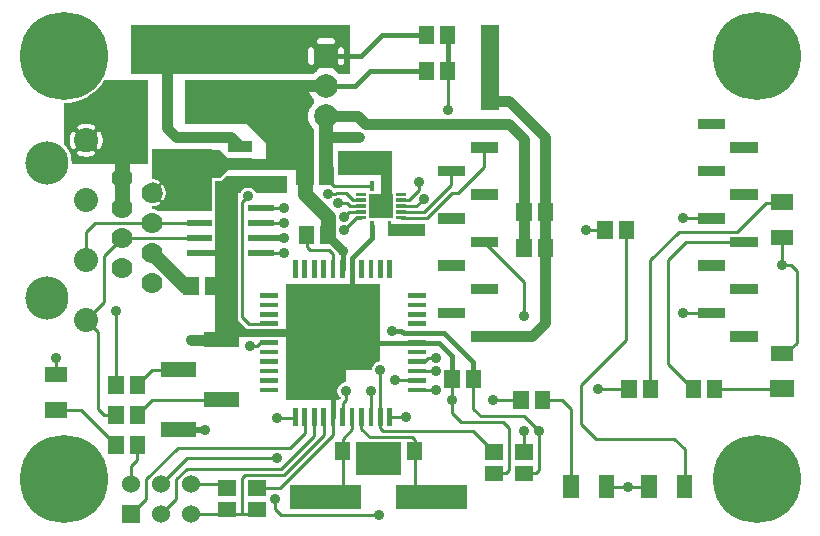
<source format=gbr>
G04 start of page 2 for group 0 idx 0 *
G04 Title: (unknown), top *
G04 Creator: pcb 20110918 *
G04 CreationDate: Mon 23 Feb 2015 09:14:10 PM GMT UTC *
G04 For: railfan *
G04 Format: Gerber/RS-274X *
G04 PCB-Dimensions: 265000 175000 *
G04 PCB-Coordinate-Origin: lower left *
%MOIN*%
%FSLAX25Y25*%
%LNTOP*%
%ADD43C,0.1280*%
%ADD42C,0.0480*%
%ADD41C,0.0380*%
%ADD40C,0.1285*%
%ADD39C,0.0360*%
%ADD38R,0.0378X0.0378*%
%ADD37R,0.0945X0.0945*%
%ADD36R,0.0200X0.0200*%
%ADD35R,0.0110X0.0110*%
%ADD34R,0.0787X0.0787*%
%ADD33R,0.0500X0.0500*%
%ADD32R,0.0562X0.0562*%
%ADD31R,0.0157X0.0157*%
%ADD30R,0.0350X0.0350*%
%ADD29R,0.0512X0.0512*%
%ADD28R,0.0630X0.0630*%
%ADD27R,0.0360X0.0360*%
%ADD26C,0.1440*%
%ADD25C,0.0700*%
%ADD24C,0.0800*%
%ADD23C,0.0600*%
%ADD22C,0.2937*%
%ADD21C,0.0787*%
%ADD20C,0.0300*%
%ADD19C,0.0150*%
%ADD18C,0.0250*%
%ADD17C,0.0450*%
%ADD16C,0.0400*%
%ADD15C,0.0500*%
%ADD14C,0.0200*%
%ADD13C,0.0100*%
%ADD12C,0.0350*%
%ADD11C,0.0001*%
G54D11*G36*
X100500Y126000D02*Y115000D01*
X99330D01*
X99051Y115171D01*
X98542Y115382D01*
X98006Y115511D01*
X97457Y115554D01*
X96908Y115511D01*
X96372Y115382D01*
X95863Y115171D01*
X95584Y115000D01*
X94500D01*
Y126000D01*
X100500D01*
G37*
G36*
X108500Y126500D02*X126500D01*
Y118500D01*
X108500D01*
Y126500D01*
G37*
G36*
X126500D02*Y108472D01*
X123225Y108463D01*
X123072Y108426D01*
X122927Y108366D01*
X122792Y108284D01*
X122791Y108282D01*
Y126500D01*
X126500D01*
G37*
G36*
X137500Y98000D02*X125000D01*
Y102000D01*
X137500D01*
Y98000D01*
G37*
G36*
X162000Y140000D02*X156000D01*
Y168500D01*
X162000D01*
Y140000D01*
G37*
G36*
X109437Y168500D02*X112500D01*
Y152000D01*
X109437D01*
Y155060D01*
X109594Y155072D01*
X109747Y155109D01*
X109892Y155169D01*
X110027Y155251D01*
X110146Y155354D01*
X110249Y155473D01*
X110331Y155608D01*
X110391Y155753D01*
X110428Y155906D01*
X110437Y156063D01*
Y159937D01*
X110428Y160094D01*
X110391Y160247D01*
X110331Y160392D01*
X110249Y160527D01*
X110146Y160646D01*
X110027Y160749D01*
X109892Y160831D01*
X109747Y160891D01*
X109594Y160928D01*
X109437Y160940D01*
Y168500D01*
G37*
G36*
X104500D02*X109437D01*
Y160940D01*
X109280Y160928D01*
X109127Y160891D01*
X108982Y160831D01*
X108847Y160749D01*
X108728Y160646D01*
X108625Y160527D01*
X108543Y160392D01*
X108483Y160247D01*
X108446Y160094D01*
X108437Y159937D01*
Y156063D01*
X108446Y155906D01*
X108483Y155753D01*
X108543Y155608D01*
X108625Y155473D01*
X108728Y155354D01*
X108847Y155251D01*
X108982Y155169D01*
X109127Y155109D01*
X109280Y155072D01*
X109437Y155060D01*
Y152000D01*
X108891D01*
X108711Y152211D01*
X108000Y152818D01*
X107432Y153166D01*
X107428Y153220D01*
X107391Y153373D01*
X107331Y153518D01*
X107249Y153653D01*
X107146Y153772D01*
X107027Y153875D01*
X106892Y153957D01*
X106747Y154017D01*
X106594Y154054D01*
X106437Y154063D01*
X104500D01*
Y161937D01*
X106437D01*
X106594Y161946D01*
X106747Y161983D01*
X106892Y162043D01*
X107027Y162125D01*
X107146Y162228D01*
X107249Y162347D01*
X107331Y162482D01*
X107391Y162627D01*
X107428Y162780D01*
X107440Y162937D01*
X107428Y163094D01*
X107391Y163247D01*
X107331Y163392D01*
X107249Y163527D01*
X107146Y163646D01*
X107027Y163749D01*
X106892Y163831D01*
X106747Y163891D01*
X106594Y163928D01*
X106437Y163937D01*
X104500D01*
Y168500D01*
G37*
G36*
X99563D02*X104500D01*
Y163937D01*
X102563D01*
X102406Y163928D01*
X102253Y163891D01*
X102108Y163831D01*
X101973Y163749D01*
X101854Y163646D01*
X101751Y163527D01*
X101669Y163392D01*
X101609Y163247D01*
X101572Y163094D01*
X101560Y162937D01*
X101572Y162780D01*
X101609Y162627D01*
X101669Y162482D01*
X101751Y162347D01*
X101854Y162228D01*
X101973Y162125D01*
X102108Y162043D01*
X102253Y161983D01*
X102406Y161946D01*
X102563Y161937D01*
X104500D01*
Y154063D01*
X102563D01*
X102406Y154054D01*
X102253Y154017D01*
X102108Y153957D01*
X101973Y153875D01*
X101854Y153772D01*
X101751Y153653D01*
X101669Y153518D01*
X101609Y153373D01*
X101572Y153220D01*
X101568Y153166D01*
X101000Y152818D01*
X100289Y152211D01*
X100109Y152000D01*
X99563D01*
Y155060D01*
X99720Y155072D01*
X99873Y155109D01*
X100018Y155169D01*
X100153Y155251D01*
X100272Y155354D01*
X100375Y155473D01*
X100457Y155608D01*
X100517Y155753D01*
X100554Y155906D01*
X100563Y156063D01*
Y159937D01*
X100554Y160094D01*
X100517Y160247D01*
X100457Y160392D01*
X100375Y160527D01*
X100272Y160646D01*
X100153Y160749D01*
X100018Y160831D01*
X99873Y160891D01*
X99720Y160928D01*
X99563Y160940D01*
Y168500D01*
G37*
G36*
X39500D02*X99563D01*
Y160940D01*
X99406Y160928D01*
X99253Y160891D01*
X99108Y160831D01*
X98973Y160749D01*
X98854Y160646D01*
X98751Y160527D01*
X98669Y160392D01*
X98609Y160247D01*
X98572Y160094D01*
X98563Y159937D01*
Y156063D01*
X98572Y155906D01*
X98609Y155753D01*
X98669Y155608D01*
X98751Y155473D01*
X98854Y155354D01*
X98973Y155251D01*
X99108Y155169D01*
X99253Y155109D01*
X99406Y155072D01*
X99563Y155060D01*
Y152000D01*
X39500D01*
Y168500D01*
G37*
G36*
X57500Y150000D02*X92000D01*
Y135500D01*
X57500D01*
Y150000D01*
G37*
G36*
X45000D02*Y122000D01*
X36676D01*
X36500Y122014D01*
X36324Y122000D01*
X28993D01*
Y127145D01*
X29078Y127181D01*
X29179Y127243D01*
X29269Y127319D01*
X29345Y127409D01*
X29405Y127511D01*
X29622Y127980D01*
X29789Y128469D01*
X29909Y128972D01*
X29982Y129484D01*
X30006Y130000D01*
X29982Y130516D01*
X29909Y131028D01*
X29789Y131531D01*
X29622Y132020D01*
X29410Y132492D01*
X29349Y132593D01*
X29272Y132684D01*
X29182Y132761D01*
X29080Y132823D01*
X28993Y132860D01*
Y147892D01*
X29728Y148753D01*
X30492Y150000D01*
X45000D01*
G37*
G36*
X28993Y122000D02*X24502D01*
Y124494D01*
X25016Y124518D01*
X25528Y124591D01*
X26031Y124711D01*
X26520Y124878D01*
X26992Y125090D01*
X27093Y125151D01*
X27184Y125228D01*
X27261Y125318D01*
X27323Y125420D01*
X27369Y125529D01*
X27397Y125645D01*
X27406Y125763D01*
X27397Y125881D01*
X27370Y125997D01*
X27324Y126107D01*
X27262Y126208D01*
X27186Y126298D01*
X27095Y126376D01*
X26994Y126438D01*
X26885Y126484D01*
X26769Y126511D01*
X26651Y126521D01*
X26532Y126512D01*
X26417Y126484D01*
X26308Y126437D01*
X25968Y126279D01*
X25612Y126158D01*
X25247Y126070D01*
X24875Y126018D01*
X24502Y126000D01*
Y134000D01*
X24875Y133982D01*
X25247Y133930D01*
X25612Y133842D01*
X25968Y133721D01*
X26310Y133567D01*
X26418Y133520D01*
X26533Y133493D01*
X26651Y133483D01*
X26768Y133493D01*
X26883Y133521D01*
X26992Y133566D01*
X27093Y133628D01*
X27182Y133705D01*
X27259Y133795D01*
X27320Y133895D01*
X27365Y134004D01*
X27393Y134119D01*
X27402Y134237D01*
X27392Y134355D01*
X27365Y134469D01*
X27319Y134578D01*
X27257Y134679D01*
X27181Y134769D01*
X27091Y134845D01*
X26989Y134905D01*
X26520Y135122D01*
X26031Y135289D01*
X25528Y135409D01*
X25016Y135482D01*
X24502Y135506D01*
Y144203D01*
X26247Y145272D01*
X28124Y146876D01*
X28993Y147892D01*
Y132860D01*
X28971Y132869D01*
X28855Y132897D01*
X28737Y132906D01*
X28619Y132897D01*
X28503Y132870D01*
X28393Y132824D01*
X28292Y132762D01*
X28202Y132686D01*
X28124Y132595D01*
X28062Y132494D01*
X28016Y132385D01*
X27989Y132269D01*
X27979Y132151D01*
X27988Y132032D01*
X28016Y131917D01*
X28063Y131808D01*
X28221Y131468D01*
X28342Y131112D01*
X28430Y130747D01*
X28482Y130375D01*
X28500Y130000D01*
X28482Y129625D01*
X28430Y129253D01*
X28342Y128888D01*
X28221Y128532D01*
X28067Y128190D01*
X28020Y128082D01*
X27993Y127967D01*
X27983Y127849D01*
X27993Y127732D01*
X28021Y127617D01*
X28066Y127508D01*
X28128Y127407D01*
X28205Y127318D01*
X28295Y127241D01*
X28395Y127180D01*
X28504Y127135D01*
X28619Y127107D01*
X28737Y127098D01*
X28855Y127108D01*
X28969Y127135D01*
X28993Y127145D01*
Y122000D01*
G37*
G36*
X24502D02*X20007D01*
Y127140D01*
X20029Y127131D01*
X20145Y127103D01*
X20263Y127094D01*
X20381Y127103D01*
X20497Y127130D01*
X20607Y127176D01*
X20708Y127238D01*
X20798Y127314D01*
X20876Y127405D01*
X20938Y127506D01*
X20984Y127615D01*
X21011Y127731D01*
X21021Y127849D01*
X21012Y127968D01*
X20984Y128083D01*
X20937Y128192D01*
X20779Y128532D01*
X20658Y128888D01*
X20570Y129253D01*
X20518Y129625D01*
X20500Y130000D01*
X20518Y130375D01*
X20570Y130747D01*
X20658Y131112D01*
X20779Y131468D01*
X20933Y131810D01*
X20980Y131918D01*
X21007Y132033D01*
X21017Y132151D01*
X21007Y132268D01*
X20979Y132383D01*
X20934Y132492D01*
X20872Y132593D01*
X20795Y132682D01*
X20705Y132759D01*
X20605Y132820D01*
X20496Y132865D01*
X20381Y132893D01*
X20263Y132902D01*
X20145Y132892D01*
X20031Y132865D01*
X20007Y132855D01*
Y142592D01*
X21862Y143038D01*
X24142Y143982D01*
X24502Y144203D01*
Y135506D01*
X24500Y135506D01*
X23984Y135482D01*
X23472Y135409D01*
X22969Y135289D01*
X22480Y135122D01*
X22008Y134910D01*
X21907Y134849D01*
X21816Y134772D01*
X21739Y134682D01*
X21677Y134580D01*
X21631Y134471D01*
X21603Y134355D01*
X21594Y134237D01*
X21603Y134119D01*
X21630Y134003D01*
X21676Y133893D01*
X21738Y133792D01*
X21814Y133702D01*
X21905Y133624D01*
X22006Y133562D01*
X22115Y133516D01*
X22231Y133489D01*
X22349Y133479D01*
X22468Y133488D01*
X22583Y133516D01*
X22692Y133563D01*
X23032Y133721D01*
X23388Y133842D01*
X23753Y133930D01*
X24125Y133982D01*
X24500Y134000D01*
X24502Y134000D01*
Y126000D01*
X24500Y126000D01*
X24125Y126018D01*
X23753Y126070D01*
X23388Y126158D01*
X23032Y126279D01*
X22690Y126433D01*
X22582Y126480D01*
X22467Y126507D01*
X22349Y126517D01*
X22232Y126507D01*
X22117Y126479D01*
X22008Y126434D01*
X21907Y126372D01*
X21818Y126295D01*
X21741Y126205D01*
X21680Y126105D01*
X21635Y125996D01*
X21607Y125881D01*
X21598Y125763D01*
X21608Y125645D01*
X21635Y125531D01*
X21681Y125422D01*
X21743Y125321D01*
X21819Y125231D01*
X21909Y125155D01*
X22011Y125095D01*
X22480Y124878D01*
X22969Y124711D01*
X23472Y124591D01*
X23984Y124518D01*
X24500Y124494D01*
X24502Y124494D01*
Y122000D01*
G37*
G36*
X20007D02*X19670D01*
X19700Y122500D01*
X19624Y123787D01*
X19323Y125042D01*
X18829Y126234D01*
X18154Y127335D01*
X17316Y128316D01*
X17000Y128586D01*
Y142268D01*
X19461Y142461D01*
X20007Y142592D01*
Y132855D01*
X19922Y132819D01*
X19821Y132757D01*
X19731Y132681D01*
X19655Y132591D01*
X19595Y132489D01*
X19378Y132020D01*
X19211Y131531D01*
X19091Y131028D01*
X19018Y130516D01*
X18994Y130000D01*
X19018Y129484D01*
X19091Y128972D01*
X19211Y128469D01*
X19378Y127980D01*
X19590Y127508D01*
X19651Y127407D01*
X19728Y127316D01*
X19818Y127239D01*
X19920Y127177D01*
X20007Y127140D01*
Y122000D01*
G37*
G36*
X100500Y120000D02*X84500D01*
Y150000D01*
X98902D01*
X98836Y149840D01*
X98618Y148932D01*
X98545Y148000D01*
X98618Y147068D01*
X98836Y146160D01*
X99194Y145296D01*
X99682Y144500D01*
X100289Y143789D01*
X100500Y143609D01*
Y142391D01*
X100289Y142211D01*
X99682Y141500D01*
X99194Y140704D01*
X98836Y139840D01*
X98618Y138932D01*
X98545Y138000D01*
X98618Y137068D01*
X98836Y136160D01*
X99194Y135296D01*
X99682Y134500D01*
X100289Y133789D01*
X100500Y133609D01*
Y120000D01*
G37*
G36*
X87000Y137500D02*Y126500D01*
X76000Y137500D01*
X87000D01*
G37*
G36*
X91000Y82000D02*X111000D01*
Y49309D01*
X110561Y49274D01*
X110132Y49171D01*
X109725Y49003D01*
X109349Y48772D01*
X109014Y48486D01*
X108728Y48151D01*
X108497Y47775D01*
X108329Y47368D01*
X108226Y46939D01*
X108191Y46500D01*
X108226Y46061D01*
X108329Y45632D01*
X108497Y45225D01*
X108728Y44849D01*
X109014Y44514D01*
X109349Y44228D01*
X109500Y44135D01*
Y44121D01*
X108981Y43602D01*
X108936Y43564D01*
X108881Y43500D01*
X91000D01*
Y82000D01*
G37*
G36*
X122598D01*
Y56309D01*
X122159Y56274D01*
X121730Y56171D01*
X121323Y56003D01*
X120947Y55772D01*
X120612Y55486D01*
X120326Y55151D01*
X120095Y54775D01*
X119927Y54368D01*
X119824Y53939D01*
X119789Y53500D01*
X91000D01*
Y82000D01*
G37*
G36*
X114500Y29500D02*X118941D01*
X119000Y29495D01*
X119059Y29500D01*
X129500D01*
Y18500D01*
X114500D01*
Y29500D01*
G37*
G36*
X75000Y118000D02*Y109559D01*
X74995Y109500D01*
X75000Y109441D01*
Y71059D01*
X74995Y71000D01*
X75000Y70941D01*
Y61000D01*
X67500D01*
Y116283D01*
X68934Y116284D01*
X69086Y116272D01*
X69241Y116284D01*
X69243D01*
X69396Y116321D01*
X69541Y116381D01*
X69676Y116463D01*
X69795Y116566D01*
X69822Y116597D01*
X71219Y118000D01*
X75000D01*
G37*
G36*
X71219D02*X91500D01*
Y112500D01*
X81116D01*
X81003Y112775D01*
X80772Y113151D01*
X80486Y113486D01*
X80151Y113772D01*
X79775Y114003D01*
X79368Y114171D01*
X78939Y114274D01*
X78500Y114309D01*
X78061Y114274D01*
X77632Y114171D01*
X77225Y114003D01*
X76849Y113772D01*
X76514Y113486D01*
X76228Y113151D01*
X75997Y112775D01*
X75884Y112500D01*
X67500D01*
Y116283D01*
X68934Y116284D01*
X69086Y116272D01*
X69241Y116284D01*
X69243D01*
X69396Y116321D01*
X69541Y116381D01*
X69676Y116463D01*
X69795Y116566D01*
X69822Y116597D01*
X71219Y118000D01*
G37*
G36*
X73000Y72000D02*X79500Y65500D01*
X73000D01*
Y72000D01*
G37*
G36*
X53000Y127000D02*X66500D01*
Y112000D01*
X53000D01*
Y127000D01*
G37*
G36*
X50220D02*X56784D01*
X56755Y126882D01*
X56746Y126725D01*
X56755Y117118D01*
X56792Y116965D01*
X56852Y116820D01*
X56934Y116685D01*
X57037Y116566D01*
X57156Y116463D01*
X57291Y116381D01*
X57436Y116321D01*
X57589Y116284D01*
X57746Y116275D01*
X66500Y116282D01*
Y106500D01*
X50220D01*
Y110044D01*
X50271Y110083D01*
X50326Y110139D01*
X50370Y110204D01*
X50564Y110556D01*
X50721Y110926D01*
X50844Y111309D01*
X50933Y111700D01*
X50987Y112099D01*
X51004Y112500D01*
X50987Y112901D01*
X50933Y113300D01*
X50844Y113691D01*
X50721Y114074D01*
X50564Y114444D01*
X50374Y114798D01*
X50329Y114863D01*
X50274Y114920D01*
X50220Y114960D01*
Y127000D01*
G37*
G36*
X46500D02*X50220D01*
Y114960D01*
X50210Y114968D01*
X50140Y115004D01*
X50065Y115030D01*
X49987Y115044D01*
X49908Y115045D01*
X49829Y115033D01*
X49754Y115010D01*
X49683Y114975D01*
X49618Y114929D01*
X49561Y114874D01*
X49513Y114811D01*
X49476Y114741D01*
X49451Y114666D01*
X49437Y114588D01*
X49436Y114508D01*
X49448Y114430D01*
X49471Y114354D01*
X49507Y114284D01*
X49657Y114010D01*
X49779Y113723D01*
X49875Y113426D01*
X49944Y113121D01*
X49986Y112812D01*
X50000Y112500D01*
X49986Y112188D01*
X49944Y111879D01*
X49875Y111574D01*
X49779Y111277D01*
X49657Y110990D01*
X49510Y110714D01*
X49474Y110645D01*
X49451Y110569D01*
X49440Y110491D01*
X49441Y110413D01*
X49454Y110335D01*
X49480Y110261D01*
X49516Y110191D01*
X49564Y110128D01*
X49620Y110073D01*
X49684Y110028D01*
X49755Y109993D01*
X49830Y109970D01*
X49908Y109959D01*
X49987Y109960D01*
X50064Y109973D01*
X50139Y109999D01*
X50208Y110035D01*
X50220Y110044D01*
Y106500D01*
X48585D01*
X48549Y106522D01*
X47895Y106793D01*
X47206Y106958D01*
X46500Y107014D01*
Y107996D01*
X46901Y108013D01*
X47300Y108067D01*
X47691Y108156D01*
X48074Y108279D01*
X48444Y108436D01*
X48798Y108626D01*
X48863Y108671D01*
X48920Y108726D01*
X48968Y108790D01*
X49004Y108860D01*
X49030Y108935D01*
X49044Y109013D01*
X49045Y109092D01*
X49033Y109171D01*
X49010Y109246D01*
X48975Y109317D01*
X48929Y109382D01*
X48874Y109439D01*
X48811Y109487D01*
X48741Y109524D01*
X48666Y109549D01*
X48588Y109563D01*
X48508Y109564D01*
X48430Y109552D01*
X48354Y109529D01*
X48284Y109493D01*
X48010Y109343D01*
X47723Y109221D01*
X47426Y109125D01*
X47121Y109056D01*
X46812Y109014D01*
X46500Y109000D01*
Y116000D01*
X46812Y115986D01*
X47121Y115944D01*
X47426Y115875D01*
X47723Y115779D01*
X48010Y115657D01*
X48286Y115510D01*
X48355Y115474D01*
X48431Y115451D01*
X48509Y115440D01*
X48587Y115441D01*
X48665Y115454D01*
X48739Y115480D01*
X48809Y115516D01*
X48872Y115564D01*
X48927Y115620D01*
X48972Y115684D01*
X49007Y115755D01*
X49030Y115830D01*
X49041Y115908D01*
X49040Y115987D01*
X49027Y116064D01*
X49001Y116139D01*
X48965Y116208D01*
X48917Y116271D01*
X48861Y116326D01*
X48796Y116370D01*
X48444Y116564D01*
X48074Y116721D01*
X47691Y116844D01*
X47300Y116933D01*
X46901Y116987D01*
X46500Y117004D01*
Y127000D01*
G37*
G54D12*X72764Y131000D02*X54500D01*
X51500Y134000D01*
Y155000D01*
G54D13*X62250Y97500D02*X36500D01*
G54D14*X62250Y92500D02*X69500D01*
G54D13*X99000Y93500D02*X98000Y94500D01*
Y98500D01*
X82750Y107500D02*X90500D01*
X82750Y102500D02*X90500D01*
X82750Y92500D02*X90500D01*
G54D14*Y97500D02*X82750D01*
G54D13*X78500Y111500D02*X76500Y109500D01*
G54D15*X36500Y107500D02*Y127000D01*
G54D16*X104500Y148000D02*X83000D01*
G54D12*X75858Y127906D02*X72764Y131000D01*
X72000Y122000D02*X88000D01*
G54D17*X104500Y138000D02*Y118000D01*
G54D13*X105500Y93500D02*X99000D01*
G54D15*X97457Y118000D02*Y112043D01*
X105000Y104500D01*
G54D13*X62250Y102500D02*X27500D01*
X24500Y99500D01*
Y90000D01*
X28500Y40500D02*Y66000D01*
X24500Y70000D01*
X34457Y48500D02*Y73000D01*
X36500Y97500D02*X30500Y91500D01*
Y76000D01*
X24500Y70000D01*
G54D15*X57500Y81500D02*X46500Y92500D01*
G54D13*X76500Y109500D02*Y71000D01*
X55414Y53500D02*X46543D01*
X41543Y48500D01*
X69586Y43500D02*X46543D01*
X41543Y38500D01*
X34457D02*X30500D01*
X28500Y40500D01*
X34457Y28500D02*X22862Y40095D01*
X14500D01*
Y51905D02*Y57500D01*
X41543Y23543D02*X39500Y21500D01*
Y15500D01*
X58000Y20500D02*X54500Y17000D01*
X49500Y15500D02*X58000Y24000D01*
X44500Y17000D02*X55000Y27500D01*
X82500Y62500D02*X81500Y61500D01*
X85315Y68800D02*X78700D01*
X76500Y71000D01*
X81500Y61500D02*X79000D01*
G54D12*X59500Y63500D02*X69500D01*
G54D18*Y65650D02*X97000D01*
G54D13*X59500Y5500D02*X81500D01*
X76500D02*Y17500D01*
X77500Y18500D01*
X89500Y5000D02*X87500Y7000D01*
Y10500D01*
X59500Y15500D02*X71500D01*
G54D14*X55414Y33500D02*X64000D01*
G54D13*X41543Y28500D02*Y23543D01*
X89500Y20500D02*X58000D01*
Y24000D02*X88000D01*
X55000Y27500D02*X92500D01*
X54500Y17000D02*Y10500D01*
X44500D02*Y17000D01*
X54500Y10500D02*X49500Y5500D01*
X39500D02*X44500Y10500D01*
X116299Y37815D02*Y33701D01*
X119000Y31000D01*
X125748Y37815D02*X131000D01*
X122598Y33902D02*X123500Y33000D01*
X119448Y37815D02*Y46500D01*
X113149Y33649D02*X110000Y30500D01*
Y11000D01*
X122598Y53500D02*Y33902D01*
X119000Y31000D02*X133000D01*
X134000Y30000D01*
Y11000D01*
X85315Y62500D02*X82500D01*
X113149Y37815D02*Y33649D01*
X103700Y37815D02*Y31700D01*
X100551Y37815D02*Y31551D01*
X106850Y37815D02*Y31850D01*
X89000Y14000D01*
X81500D01*
X103700Y31700D02*X90500Y18500D01*
X77500D02*X90500D01*
X100551Y31551D02*X89500Y20500D01*
Y5000D02*X122000D01*
X88000Y37500D02*X94252D01*
X92500Y27500D02*X97401Y32401D01*
Y37815D01*
X110000D02*Y42500D01*
X111000Y43500D01*
Y46500D01*
G54D19*X106850Y37815D02*Y47500D01*
G54D13*X106851Y87185D02*Y92149D01*
X105500Y93500D01*
G54D20*X110000Y93000D02*X105000Y98000D01*
G54D19*X123000Y165000D02*X137957D01*
X145043D02*Y153000D01*
X137957D02*X119000D01*
G54D12*X115000Y138000D02*X104500D01*
X117567Y135433D02*X165567D01*
X170500Y130500D01*
X177500Y131000D02*X165500Y143000D01*
X159000D01*
G54D19*X104500Y158000D02*X116000D01*
X123000Y165000D01*
G54D12*X117567Y135433D02*X115000Y138000D01*
G54D19*X119000Y153000D02*X114000Y148000D01*
X104500D01*
G54D12*X115500Y131000D02*X104500D01*
G54D13*X145000Y140000D02*X145043Y140043D01*
Y153000D01*
G54D15*X105000Y104500D02*Y98500D01*
G54D13*X119838Y114854D02*X107146D01*
X104500Y117500D01*
X116000Y106094D02*X112094D01*
X110500Y104500D01*
X116000Y104126D02*X114626D01*
X110500Y100000D01*
G54D19*X113150Y90650D02*X119838Y97338D01*
Y101272D01*
G54D13*X116000Y110032D02*X113468D01*
X111000Y112500D01*
X116000Y108063D02*X112437D01*
X111500Y109000D01*
X108500D01*
X111000Y112500D02*X108000D01*
X107500Y112000D01*
X105000D01*
X129582Y110032D02*X132032D01*
X135500Y113500D01*
Y116000D01*
X129582Y108063D02*X134563D01*
X137000Y110500D01*
X129582Y104126D02*X138126D01*
X129582Y106094D02*X137094D01*
X138126Y104126D02*X146500Y112500D01*
X137094Y106094D02*X146201Y115201D01*
X146500Y112500D02*X148500D01*
X157185Y121185D01*
X146201Y115201D02*Y119685D01*
X157185Y121185D02*Y127559D01*
G54D12*X170500Y130500D02*Y94000D01*
G54D13*X157185Y96063D02*X170500Y82748D01*
G54D12*X177500Y69000D02*Y131000D01*
G54D13*X232815Y72441D02*X223500D01*
X224563Y96063D02*X218500Y90000D01*
Y55457D01*
X226957Y47000D01*
X234043D02*X256500D01*
X195000D02*X205457D01*
X191000Y100000D02*X197457D01*
X204543D02*Y63543D01*
X189500Y48500D01*
X212543Y47000D02*Y90043D01*
X256500Y58905D02*X257905D01*
X261500Y62500D01*
X256500Y88500D02*X259500D01*
X261500Y86500D01*
Y62500D01*
X212543Y90043D02*X222000Y99500D01*
X232815Y103937D02*X223500D01*
X243799Y96063D02*X224563D01*
X222000Y99500D02*X241500D01*
X251000Y109000D01*
X256500D01*
Y88500D02*Y97595D01*
G54D19*X110000Y87185D02*Y93000D01*
X113150Y87185D02*Y75000D01*
Y87185D02*Y90650D01*
G54D13*X134685Y49901D02*X127500D01*
X134685Y46752D02*X141000D01*
X146500Y39000D02*Y50500D01*
X153500Y40500D02*Y50500D01*
X123500Y33000D02*X153543D01*
X149500Y36000D02*X146500Y39000D01*
G54D12*X157185Y64567D02*X173067D01*
X177500Y69000D01*
G54D13*X170500Y82748D02*Y71500D01*
X153543Y33000D02*X160500Y26043D01*
Y18957D02*X164457D01*
X165500Y20000D01*
Y34000D01*
X170500Y33000D02*Y26043D01*
X165500Y34000D02*X163500Y36000D01*
X149500D01*
X175500Y33000D02*X170500Y38000D01*
X176543Y43500D02*X183000D01*
X186000Y40500D01*
X189500Y48500D02*Y35500D01*
X194500Y30500D01*
X170500Y38000D02*X156000D01*
X153500Y40500D01*
X160000Y43500D02*X169457D01*
X186000Y40500D02*Y14500D01*
X175500Y20000D02*Y33000D01*
X174457Y18957D02*X175500Y20000D01*
X170500Y18957D02*X174457D01*
X197905Y14500D02*X212095D01*
X194500Y30500D02*X220500D01*
X224000Y27000D01*
Y14500D01*
X134685Y53051D02*X141000D01*
X134685Y56200D02*X137200D01*
X138500Y57500D01*
X141000D01*
G54D19*X142000Y62500D02*X146500Y58000D01*
Y50500D01*
X143851Y65649D02*X153500Y56000D01*
Y50543D01*
X142000Y62500D02*X117000D01*
X143851Y65649D02*X130351D01*
X129500Y66500D01*
X126500D01*
G54D21*X104500Y138000D03*
Y148000D03*
G54D11*G36*
X100563Y161937D02*Y154063D01*
X108437D01*
Y161937D01*
X100563D01*
G37*
G54D22*X17000Y158000D03*
X248000Y17000D03*
Y158000D03*
G54D11*G36*
X36500Y8500D02*Y2500D01*
X42500D01*
Y8500D01*
X36500D01*
G37*
G54D23*X49500Y5500D03*
X59500D03*
Y15500D03*
G54D22*X17000Y17000D03*
G54D23*X39500Y15500D03*
X49500D03*
G54D24*X24500Y130000D03*
G54D25*X36500Y117500D03*
G54D26*X11500Y122500D03*
G54D24*X24500Y90000D03*
Y70000D03*
G54D26*X11500Y77500D03*
G54D24*X24500Y110000D03*
G54D25*X46500Y112500D03*
X36500Y107500D03*
X46500Y102500D03*
X36500Y97500D03*
X46500Y92500D03*
X36500Y87500D03*
X46500Y82500D03*
G54D27*X41900Y160900D02*X43100D01*
X41900Y148000D02*X43100D01*
G54D28*X67500Y164992D02*Y158693D01*
Y145307D02*Y139008D01*
G54D29*X88107Y154543D02*X88893D01*
X88107Y147457D02*X88893D01*
X145043Y165393D02*Y164607D01*
X137957Y165393D02*Y164607D01*
Y153393D02*Y152607D01*
X145043Y153393D02*Y152607D01*
G54D30*X143445Y135433D02*X148957D01*
X143445Y119685D02*X148957D01*
X143445Y103937D02*X148957D01*
X154429Y80315D02*X159941D01*
X154429Y96063D02*X159941D01*
X154429Y111811D02*X159941D01*
X154429Y127559D02*X159941D01*
X143445Y88189D02*X148957D01*
G54D29*X170457Y106393D02*Y105607D01*
X177543Y106393D02*Y105607D01*
X170457Y94393D02*Y93607D01*
X177543Y94393D02*Y93607D01*
G54D30*X143445Y72441D02*X148957D01*
X230059D02*X235571D01*
X154429Y64567D02*X159941D01*
G54D29*X146457Y50893D02*Y50107D01*
X153543Y50893D02*Y50107D01*
G54D31*X132472Y65649D02*X136898D01*
X132472Y68799D02*X136898D01*
X132472Y71948D02*X136898D01*
X132472Y75098D02*X136898D01*
G54D30*X230059Y88189D02*X235571D01*
X241043Y80315D02*X246555D01*
X241043Y96063D02*X246555D01*
X230059Y135433D02*X235571D01*
X230059Y119685D02*X235571D01*
X230059Y103937D02*X235571D01*
X241043Y111811D02*X246555D01*
X241043Y127559D02*X246555D01*
G54D29*X255319Y97595D02*X257681D01*
X255319Y109405D02*X257681D01*
X204543Y100393D02*Y99607D01*
X197457Y100393D02*Y99607D01*
G54D30*X241043Y64567D02*X246555D01*
G54D29*X212543Y47393D02*Y46607D01*
X205457Y47393D02*Y46607D01*
X226957Y47393D02*Y46607D01*
X234043Y47393D02*Y46607D01*
X255319Y58905D02*X257681D01*
G54D32*X255319Y47095D02*X257681D01*
G54D31*X94252Y40028D02*Y35602D01*
X97401Y40028D02*Y35602D01*
X100551Y40028D02*Y35602D01*
X103700Y40028D02*Y35602D01*
X106850Y40028D02*Y35602D01*
X110000Y40028D02*Y35602D01*
X113149Y40028D02*Y35602D01*
X132472Y56200D02*X136898D01*
X132472Y59350D02*X136898D01*
X132472Y62500D02*X136898D01*
X83102Y78248D02*X87528D01*
X83102Y75099D02*X87528D01*
X83102Y71949D02*X87528D01*
X83102Y68800D02*X87528D01*
X83102Y65650D02*X87528D01*
X83102Y62500D02*X87528D01*
X83102Y59351D02*X87528D01*
X83102Y56201D02*X87528D01*
X83102Y53052D02*X87528D01*
X83102Y49902D02*X87528D01*
X83102Y46752D02*X87528D01*
G54D33*X66260Y63500D02*X72913D01*
X52087Y53500D02*X58740D01*
X52087Y33500D02*X58740D01*
G54D29*X41543Y38893D02*Y38107D01*
Y48893D02*Y48107D01*
G54D33*X66260Y43500D02*X72913D01*
G54D29*X71107Y6957D02*X71893D01*
X71107Y14043D02*X71893D01*
X81107Y6957D02*X81893D01*
X81107Y14043D02*X81893D01*
X34457Y38893D02*Y38107D01*
Y48893D02*Y48107D01*
X13319Y51905D02*X15681D01*
X13319Y40095D02*X15681D01*
X34457Y28893D02*Y28107D01*
X41543Y28893D02*Y28107D01*
G54D31*X116299Y40028D02*Y35602D01*
X119448Y40028D02*Y35602D01*
X122598Y40028D02*Y35602D01*
X125748Y40028D02*Y35602D01*
X132472Y46752D02*X136898D01*
X132472Y49901D02*X136898D01*
X132472Y53051D02*X136898D01*
G54D34*X131843Y11000D02*X147591D01*
G54D29*X134043Y26893D02*Y26107D01*
X126957Y26893D02*Y26107D01*
G54D34*X96409Y11000D02*X112157D01*
G54D29*X109957Y26893D02*Y26107D01*
X117043Y26893D02*Y26107D01*
X170107Y18957D02*X170893D01*
X160107D02*X160893D01*
X197905Y15681D02*Y13319D01*
X186095Y15681D02*Y13319D01*
X212095Y15681D02*Y13319D01*
X223905Y15681D02*Y13319D01*
X170107Y26043D02*X170893D01*
X160107D02*X160893D01*
X176543Y43893D02*Y43107D01*
X169457Y43893D02*Y43107D01*
G54D31*X132472Y78248D02*X136898D01*
X125748Y89398D02*Y84972D01*
X122599Y89398D02*Y84972D01*
X119449Y89398D02*Y84972D01*
G54D29*X97957Y98893D02*Y98107D01*
X105043Y98893D02*Y98107D01*
G54D31*X103701Y89398D02*Y84972D01*
X100552Y89398D02*Y84972D01*
X97402Y89398D02*Y84972D01*
X94252Y89398D02*Y84972D01*
G54D29*X104543Y118393D02*Y117607D01*
X97457Y118393D02*Y117607D01*
G54D31*X116300Y89398D02*Y84972D01*
X113150Y89398D02*Y84972D01*
X110000Y89398D02*Y84972D01*
X106851Y89398D02*Y84972D01*
G54D35*X128460Y104126D02*X130704D01*
X125744Y102394D02*Y100150D01*
X128460Y106094D02*X130704D01*
G54D11*G36*
X123382Y107472D02*Y104244D01*
X126610D01*
Y107472D01*
X123382D01*
G37*
G54D35*X128460Y108063D02*X130704D01*
X128460Y110032D02*X130704D01*
X128460Y112000D02*X130704D01*
X125744Y115976D02*Y113732D01*
X119838Y115976D02*Y113732D01*
X114878Y108063D02*X117122D01*
X114878Y106094D02*X117122D01*
X114878Y104126D02*X117122D01*
X119838Y102394D02*Y100150D01*
G54D11*G36*
X118972Y107472D02*Y104244D01*
X122200D01*
Y107472D01*
X118972D01*
G37*
G54D35*X114878Y112000D02*X117122D01*
X114878Y110032D02*X117122D01*
G54D11*G36*
X123382Y111882D02*Y108654D01*
X126610D01*
Y111882D01*
X123382D01*
G37*
G36*
X118972D02*Y108654D01*
X122200D01*
Y111882D01*
X118972D01*
G37*
G36*
X118756Y112098D02*Y104028D01*
X126827D01*
Y112098D01*
X118756D01*
G37*
G54D36*X79500Y92500D02*X86000D01*
X79500Y97500D02*X86000D01*
X79500Y102500D02*X86000D01*
X79500Y107500D02*X86000D01*
X59000D02*X65500D01*
G54D37*X62471Y122000D02*X64361D01*
G54D36*X59000Y102500D02*X65500D01*
X59000Y97500D02*X65500D01*
X59000Y92500D02*X65500D01*
G54D29*X66543Y81893D02*Y81107D01*
X59457Y81893D02*Y81107D01*
G54D38*X73811Y116094D02*X77905D01*
X66095Y122000D02*X77905D01*
G54D11*G36*
X67666Y118695D02*X70506Y121535D01*
X71926Y120115D01*
X69086Y117275D01*
X67666Y118695D01*
G37*
G36*
X69086Y126725D02*X71926Y123885D01*
X70506Y122465D01*
X67666Y125305D01*
X69086Y126725D01*
G37*
G54D38*X73811Y127906D02*X77905D01*
G54D29*X87607Y115457D02*X88393D01*
X87607Y122543D02*X88393D01*
G54D39*X60500Y142500D03*
X74500D03*
X60500Y147000D03*
X74500D03*
X98000Y123500D03*
X87000Y135500D03*
X82500D03*
X96000D03*
X91500D03*
X78500Y111500D03*
X54500Y124000D03*
X49000Y121500D03*
X54500Y119000D03*
Y114000D03*
Y109000D03*
X59500Y114000D03*
X34457Y73000D03*
X59500Y63500D03*
X64000Y33500D03*
X88000Y24000D03*
Y37500D03*
X14500Y57500D03*
X87500Y10500D03*
X170500Y33000D03*
Y71500D03*
X177500Y88500D03*
X175500Y33000D03*
X170500Y100000D03*
X223500Y103937D03*
X256500Y88500D03*
X191000Y100000D03*
X223500Y72441D03*
X205000Y14500D03*
X79000Y61500D03*
X110000Y93000D03*
X90500Y92500D03*
Y97500D03*
X108500Y109000D03*
X105000Y112000D03*
X90500Y107500D03*
Y102500D03*
X110500Y104500D03*
Y100000D03*
X135500D03*
X137000Y110500D03*
X110500Y120500D03*
X135500Y116000D03*
X110500Y124500D03*
X115500Y131000D03*
X145000Y140000D03*
X159000Y147500D03*
Y143000D03*
Y165500D03*
Y161000D03*
Y156500D03*
Y152000D03*
X111000Y46500D03*
X141000Y46752D03*
X195000Y47000D03*
X146500Y43500D03*
X160000D03*
X119448Y46500D03*
X127500Y49901D03*
X122598Y53500D03*
X141000Y53051D03*
Y57500D03*
X126500Y66500D03*
X131000Y37815D03*
X122000Y5000D03*
Y25500D03*
Y21000D03*
X126500D03*
X117500D03*
G54D14*G54D17*G54D40*G54D41*G54D40*G54D41*G54D42*G54D20*G54D43*G54D42*G54D43*G54D42*G54D20*M02*

</source>
